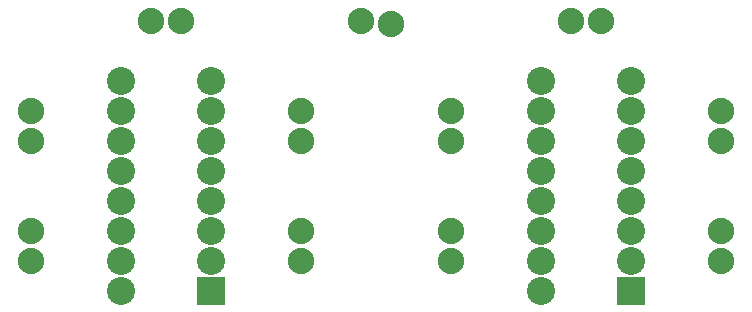
<source format=gts>
G04 MADE WITH FRITZING*
G04 WWW.FRITZING.ORG*
G04 DOUBLE SIDED*
G04 HOLES PLATED*
G04 CONTOUR ON CENTER OF CONTOUR VECTOR*
%ASAXBY*%
%FSLAX23Y23*%
%MOIN*%
%OFA0B0*%
%SFA1.0B1.0*%
%ADD10C,0.093307*%
%ADD11C,0.088000*%
%ADD12R,0.093307X0.093307*%
%LNMASK1*%
G90*
G70*
G54D10*
X2377Y339D03*
X2077Y339D03*
X2377Y439D03*
X2077Y439D03*
X2377Y539D03*
X2077Y539D03*
X2377Y639D03*
X2077Y639D03*
X2377Y739D03*
X2077Y739D03*
X2377Y839D03*
X2077Y839D03*
X2377Y939D03*
X2077Y939D03*
X2377Y1039D03*
X2077Y1039D03*
G54D11*
X1577Y1229D03*
X1477Y1239D03*
X2277Y1239D03*
X2177Y1239D03*
X2677Y439D03*
X2677Y539D03*
X2677Y839D03*
X2677Y939D03*
X1777Y439D03*
X1777Y539D03*
X1777Y839D03*
X1777Y939D03*
G54D10*
X977Y339D03*
X677Y339D03*
X977Y439D03*
X677Y439D03*
X977Y539D03*
X677Y539D03*
X977Y639D03*
X677Y639D03*
X977Y739D03*
X677Y739D03*
X977Y839D03*
X677Y839D03*
X977Y939D03*
X677Y939D03*
X977Y1039D03*
X677Y1039D03*
G54D11*
X877Y1239D03*
X777Y1239D03*
X1277Y439D03*
X1277Y539D03*
X1277Y839D03*
X1277Y939D03*
X377Y439D03*
X377Y539D03*
X377Y839D03*
X377Y939D03*
G54D12*
X2377Y339D03*
X977Y339D03*
G04 End of Mask1*
M02*
</source>
